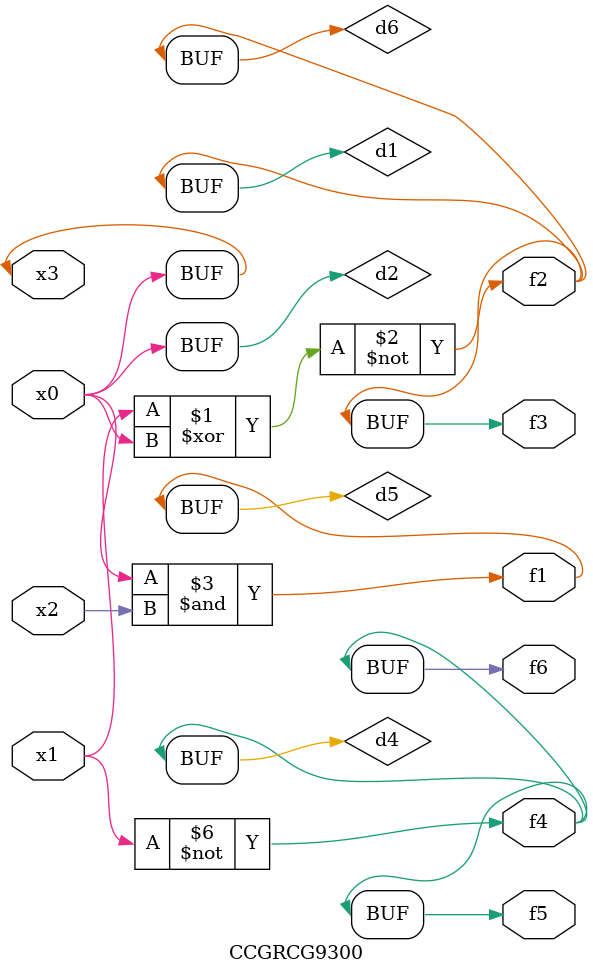
<source format=v>
module CCGRCG9300(
	input x0, x1, x2, x3,
	output f1, f2, f3, f4, f5, f6
);

	wire d1, d2, d3, d4, d5, d6;

	xnor (d1, x1, x3);
	buf (d2, x0, x3);
	nand (d3, x0, x2);
	not (d4, x1);
	nand (d5, d3);
	or (d6, d1);
	assign f1 = d5;
	assign f2 = d6;
	assign f3 = d6;
	assign f4 = d4;
	assign f5 = d4;
	assign f6 = d4;
endmodule

</source>
